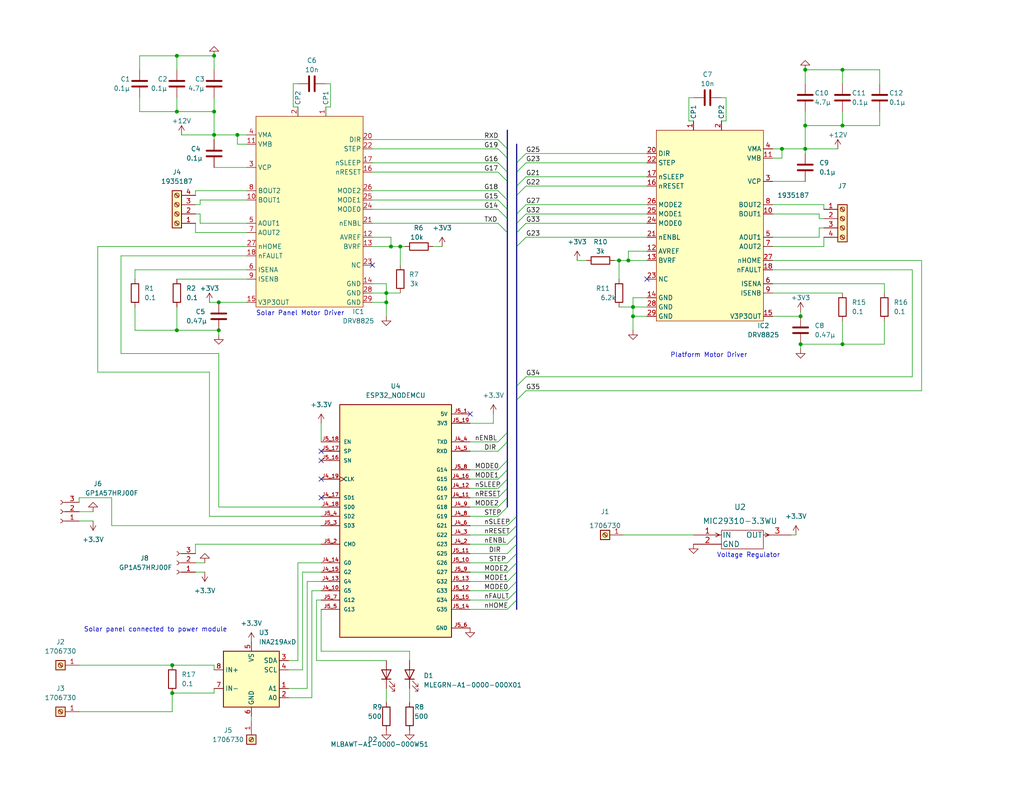
<source format=kicad_sch>
(kicad_sch (version 20211123) (generator eeschema)
  (paper "USLetter")
  (lib_symbols
    (symbol "Analog_ADC:INA219AxD"
      (property "Reference" "U" (at -6.35 8.89 0))
      (property "Value" "INA219AxD" (at 5.08 8.89 0))
      (symbol "INA219AxD_0_1"
        (rectangle (start -7.62 7.62) (end 7.62 -7.62) (stroke (width 0.254)) (fill (type background)))
      )
      (symbol "INA219AxD_1_1"
        (pin input line (at 10.16 -2.54 180) (length 2.54) (name "A1") (number "1"))
        (pin input line (at 10.16 -5.08 180) (length 2.54) (name "A0") (number "2"))
        (pin bidirectional line (at 10.16 5.08 180) (length 2.54) (name "SDA") (number "3"))
        (pin input line (at 10.16 2.54 180) (length 2.54) (name "SCL") (number "4"))
        (pin power_in line (at 0 10.16 270) (length 2.54) (name "VS") (number "5"))
        (pin power_in line (at 0 -10.16 90) (length 2.54) (name "GND") (number "6"))
        (pin input line (at -10.16 -2.54 0) (length 2.54) (name "IN-") (number "7"))
        (pin input line (at -10.16 2.54 0) (length 2.54) (name "IN+") (number "8"))
      )
    )
    (symbol "Connector:Conn_01x03_Female" (pin_names (offset 1.016) hide)
      (property "Reference" "J" (at 0 5.08 0))
      (property "Value" "Conn_01x03_Female" (at 0 -5.08 0))
      (symbol "Conn_01x03_Female_1_1"
        (arc (start 0 -2.032) (mid -0.508 -2.54) (end 0 -3.048) (stroke (width 0.1524)))
        (polyline (pts (xy -1.27 -2.54) (xy -0.508 -2.54)) (stroke (width 0.1524)))
        (polyline (pts (xy -1.27 0) (xy -0.508 0)) (stroke (width 0.1524)))
        (polyline (pts (xy -1.27 2.54) (xy -0.508 2.54)) (stroke (width 0.1524)))
        (arc (start 0 0.508) (mid -0.508 0) (end 0 -0.508) (stroke (width 0.1524)))
        (arc (start 0 3.048) (mid -0.508 2.54) (end 0 2.032) (stroke (width 0.1524)))
        (pin passive line (at -5.08 2.54 0) (length 3.81) (name "Pin_1") (number "1"))
        (pin passive line (at -5.08 0 0) (length 3.81) (name "Pin_2") (number "2"))
        (pin passive line (at -5.08 -2.54 0) (length 3.81) (name "Pin_3") (number "3"))
      )
    )
    (symbol "Connector:Screw_Terminal_01x01" (pin_names (offset 1.016) hide)
      (property "Reference" "J" (at 0 2.54 0))
      (property "Value" "Screw_Terminal_01x01" (at 0 -2.54 0))
      (symbol "Screw_Terminal_01x01_1_1"
        (rectangle (start -1.27 1.27) (end 1.27 -1.27) (stroke (width 0.254)) (fill (type background)))
        (polyline (pts (xy -0.5334 0.3302) (xy 0.3302 -0.508)) (stroke (width 0.1524)))
        (polyline (pts (xy -0.3556 0.508) (xy 0.508 -0.3302)) (stroke (width 0.1524)))
        (circle (center 0 0) (radius 0.635) (stroke (width 0.1524)))
        (pin passive line (at -5.08 0 0) (length 3.81) (name "Pin_1") (number "1"))
      )
    )
    (symbol "Connector:Screw_Terminal_01x04" (pin_names (offset 1.016) hide)
      (property "Reference" "J" (at 0 5.08 0))
      (property "Value" "Screw_Terminal_01x04" (at 0 -7.62 0))
      (symbol "Screw_Terminal_01x04_1_1"
        (rectangle (start -1.27 3.81) (end 1.27 -6.35) (stroke (width 0.254)) (fill (type background)))
        (circle (center 0 -5.08) (radius 0.635) (stroke (width 0.1524)))
        (circle (center 0 -2.54) (radius 0.635) (stroke (width 0.1524)))
        (polyline (pts (xy -0.5334 -4.7498) (xy 0.3302 -5.588)) (stroke (width 0.1524)))
        (polyline (pts (xy -0.5334 -2.2098) (xy 0.3302 -3.048)) (stroke (width 0.1524)))
        (polyline (pts (xy -0.5334 0.3302) (xy 0.3302 -0.508)) (stroke (width 0.1524)))
        (polyline (pts (xy -0.5334 2.8702) (xy 0.3302 2.032)) (stroke (width 0.1524)))
        (polyline (pts (xy -0.3556 -4.572) (xy 0.508 -5.4102)) (stroke (width 0.1524)))
        (polyline (pts (xy -0.3556 -2.032) (xy 0.508 -2.8702)) (stroke (width 0.1524)))
        (polyline (pts (xy -0.3556 0.508) (xy 0.508 -0.3302)) (stroke (width 0.1524)))
        (polyline (pts (xy -0.3556 3.048) (xy 0.508 2.2098)) (stroke (width 0.1524)))
        (circle (center 0 0) (radius 0.635) (stroke (width 0.1524)))
        (circle (center 0 2.54) (radius 0.635) (stroke (width 0.1524)))
        (pin passive line (at -5.08 2.54 0) (length 3.81) (name "Pin_1") (number "1"))
        (pin passive line (at -5.08 0 0) (length 3.81) (name "Pin_2") (number "2"))
        (pin passive line (at -5.08 -2.54 0) (length 3.81) (name "Pin_3") (number "3"))
        (pin passive line (at -5.08 -5.08 0) (length 3.81) (name "Pin_4") (number "4"))
      )
    )
    (symbol "DRV8825_1"
      (property "Reference" "IC1" (at -31.75 -6.35 0))
      (property "Value" "DRV8825" (at -31.75 -8.89 0))
      (symbol "DRV8825_1_0_1"
        (rectangle (start 2.54 46.99) (end 31.75 -5.08) (fill (type background)))
      )
      (symbol "DRV8825_1_1_1"
        (pin input line (at 12.7 46.99 90) (length 2.54) (name "CP1") (number "1"))
        (pin input line (at 34.29 24.13 180) (length 2.54) (name "BOUT1") (number "10"))
        (pin input line (at 34.29 39.37 180) (length 2.54) (name "VMB") (number "11"))
        (pin input line (at 0 13.97 0) (length 2.54) (name "AVREF") (number "12"))
        (pin input line (at 0 11.43 0) (length 2.54) (name "BVRF") (number "13"))
        (pin input line (at 0 1.27 0) (length 2.54) (name "GND") (number "14"))
        (pin input line (at 34.29 -3.81 180) (length 2.54) (name "V3P3OUT") (number "15"))
        (pin input line (at 0 31.75 0) (length 2.54) (name "nRESET") (number "16"))
        (pin input line (at 0 34.29 0) (length 2.54) (name "nSLEEP") (number "17"))
        (pin input line (at 34.29 8.89 180) (length 2.54) (name "nFAULT") (number "18"))
        (pin input line (at 20.32 46.99 90) (length 2.54) (name "CP2") (number "2"))
        (pin input line (at 0 40.64 0) (length 2.54) (name "DIR") (number "20"))
        (pin input line (at 0 17.78 0) (length 2.54) (name "nENBL") (number "21"))
        (pin input line (at 0 38.1 0) (length 2.54) (name "STEP") (number "22"))
        (pin input line (at 0 6.35 0) (length 2.54) (name "NC") (number "23"))
        (pin input line (at 0 21.59 0) (length 2.54) (name "MODE0") (number "24"))
        (pin input line (at 0 24.13 0) (length 2.54) (name "MODE1") (number "25"))
        (pin input line (at 0 26.67 0) (length 2.54) (name "MODE2") (number "26"))
        (pin input line (at 34.29 11.43 180) (length 2.54) (name "nHOME") (number "27"))
        (pin input line (at 0 -1.27 0) (length 2.54) (name "GND") (number "28"))
        (pin input line (at 0 -3.81 0) (length 2.54) (name "GND") (number "29"))
        (pin input line (at 34.29 33.02 180) (length 2.54) (name "VCP") (number "3"))
        (pin input line (at 34.29 41.91 180) (length 2.54) (name "VMA") (number "4"))
        (pin input line (at 34.29 17.78 180) (length 2.54) (name "AOUT1") (number "5"))
        (pin input line (at 34.29 5.08 180) (length 2.54) (name "ISENA") (number "6"))
        (pin input line (at 34.29 15.24 180) (length 2.54) (name "AOUT2") (number "7"))
        (pin input line (at 34.29 26.67 180) (length 2.54) (name "BOUT2") (number "8"))
        (pin input line (at 34.29 2.54 180) (length 2.54) (name "ISENB") (number "9"))
      )
    )
    (symbol "Device:C" (pin_numbers hide) (pin_names (offset 0.254))
      (property "Reference" "C" (at 0.635 2.54 0))
      (property "Value" "C" (at 0.635 -2.54 0))
      (symbol "C_0_1"
        (polyline (pts (xy -2.032 -0.762) (xy 2.032 -0.762)) (stroke (width 0.508)))
        (polyline (pts (xy -2.032 0.762) (xy 2.032 0.762)) (stroke (width 0.508)))
      )
      (symbol "C_1_1"
        (pin passive line (at 0 3.81 270) (length 2.794) (name "~") (number "1"))
        (pin passive line (at 0 -3.81 90) (length 2.794) (name "~") (number "2"))
      )
    )
    (symbol "Device:LED" (pin_numbers hide) (pin_names (offset 1.016) hide)
      (property "Reference" "D" (at 0 2.54 0))
      (property "Value" "LED" (at 0 -2.54 0))
      (symbol "LED_0_1"
        (polyline (pts (xy -1.27 -1.27) (xy -1.27 1.27)) (stroke (width 0.254)))
        (polyline (pts (xy -1.27 0) (xy 1.27 0)))
        (polyline (pts (xy 1.27 -1.27) (xy 1.27 1.27) (xy -1.27 0) (xy 1.27 -1.27)) (stroke (width 0.254)))
        (polyline (pts (xy -3.048 -0.762) (xy -4.572 -2.286) (xy -3.81 -2.286) (xy -4.572 -2.286) (xy -4.572 -1.524)))
        (polyline (pts (xy -1.778 -0.762) (xy -3.302 -2.286) (xy -2.54 -2.286) (xy -3.302 -2.286) (xy -3.302 -1.524)))
      )
      (symbol "LED_1_1"
        (pin passive line (at -3.81 0 0) (length 2.54) (name "K") (number "1"))
        (pin passive line (at 3.81 0 180) (length 2.54) (name "A") (number "2"))
      )
    )
    (symbol "Device:R" (pin_numbers hide) (pin_names (offset 0))
      (property "Reference" "R" (at 2.032 0 90))
      (property "Value" "R" (at 0 0 90))
      (symbol "R_0_1"
        (rectangle (start -1.016 -2.54) (end 1.016 2.54) (stroke (width 0.254)))
      )
      (symbol "R_1_1"
        (pin passive line (at 0 3.81 270) (length 1.27) (name "~") (number "1"))
        (pin passive line (at 0 -3.81 90) (length 1.27) (name "~") (number "2"))
      )
    )
    (symbol "MIC29310-3.3WU:MIC29310-3.3WU" (pin_names (offset 0.254))
      (property "Reference" "U?" (at 27.94 11.43 0))
      (property "Value" "MIC29310-3.3WU" (at 27.94 7.62 0))
      (symbol "MIC29310-3.3WU_0_1"
        (rectangle (start 20.32 0) (end 31.75 -5.08))
      )
      (symbol "MIC29310-3.3WU_1_1"
        (polyline (pts (xy 19.812 -1.27) (xy 18.7452 -1.778)) (stroke (width 0.2032)))
        (polyline (pts (xy 19.812 -1.27) (xy 18.7452 -0.762)) (stroke (width 0.2032)))
        (polyline (pts (xy 32.258 -1.778) (xy 33.3248 -1.27)) (stroke (width 0.2032)))
        (polyline (pts (xy 32.258 -0.762) (xy 33.3248 -1.27)) (stroke (width 0.2032)))
        (pin input line (at 12.7 -1.27 0) (length 7.62) (name "IN") (number "1"))
        (pin power_in line (at 12.7 -3.81 0) (length 7.62) (name "GND") (number "2"))
        (pin output line (at 39.37 -1.27 180) (length 7.62) (name "OUT") (number "3"))
      )
    )
    (symbol "Project_Solar_Panel:DRV8825"
      (property "Reference" "IC2" (at 31.75 -6.35 0))
      (property "Value" "DRV8825" (at 31.75 -8.89 0))
      (symbol "DRV8825_0_1"
        (rectangle (start 2.54 46.99) (end 31.75 -5.08) (fill (type background)))
      )
      (symbol "DRV8825_1_1"
        (pin input line (at 12.7 46.99 90) (length 2.54) (name "CP1") (number "1"))
        (pin input line (at 34.29 24.13 180) (length 2.54) (name "BOUT1") (number "10"))
        (pin input line (at 34.29 39.37 180) (length 2.54) (name "VMB") (number "11"))
        (pin input line (at 0 13.97 0) (length 2.54) (name "AVREF") (number "12"))
        (pin input line (at 0 11.43 0) (length 2.54) (name "BVRF") (number "13"))
        (pin input line (at 0 1.27 0) (length 2.54) (name "GND") (number "14"))
        (pin input line (at 34.29 -3.81 180) (length 2.54) (name "V3P3OUT") (number "15"))
        (pin input line (at 0 31.75 0) (length 2.54) (name "nRESET") (number "16"))
        (pin input line (at 0 34.29 0) (length 2.54) (name "nSLEEP") (number "17"))
        (pin input line (at 34.29 8.89 180) (length 2.54) (name "nFAULT") (number "18"))
        (pin input line (at 20.32 46.99 90) (length 2.54) (name "CP2") (number "2"))
        (pin input line (at 0 40.64 0) (length 2.54) (name "DIR") (number "20"))
        (pin input line (at 0 17.78 0) (length 2.54) (name "nENBL") (number "21"))
        (pin input line (at 0 38.1 0) (length 2.54) (name "STEP") (number "22"))
        (pin input line (at 0 6.35 0) (length 2.54) (name "NC") (number "23"))
        (pin input line (at 0 21.59 0) (length 2.54) (name "MODE0") (number "24"))
        (pin input line (at 0 24.13 0) (length 2.54) (name "MODE1") (number "25"))
        (pin input line (at 0 26.67 0) (length 2.54) (name "MODE2") (number "26"))
        (pin input line (at 34.29 11.43 180) (length 2.54) (name "nHOME") (number "27"))
        (pin input line (at 0 -1.27 0) (length 2.54) (name "GND") (number "28"))
        (pin input line (at 0 -3.81 0) (length 2.54) (name "GND") (number "29"))
        (pin input line (at 34.29 33.02 180) (length 2.54) (name "VCP") (number "3"))
        (pin input line (at 34.29 41.91 180) (length 2.54) (name "VMA") (number "4"))
        (pin input line (at 34.29 17.78 180) (length 2.54) (name "AOUT1") (number "5"))
        (pin input line (at 34.29 5.08 180) (length 2.54) (name "ISENA") (number "6"))
        (pin input line (at 34.29 15.24 180) (length 2.54) (name "AOUT2") (number "7"))
        (pin input line (at 34.29 26.67 180) (length 2.54) (name "BOUT2") (number "8"))
        (pin input line (at 34.29 2.54 180) (length 2.54) (name "ISENB") (number "9"))
      )
    )
    (symbol "Project_Solar_Panel:ESP32_NODEMCU" (pin_names (offset 1.016))
      (property "Reference" "U4" (at 0 35.56 0))
      (property "Value" "ESP32_NODEMCU" (at 0 33.02 0))
      (symbol "ESP32_NODEMCU_0_0"
        (rectangle (start -15.24 -33.02) (end 15.24 30.48) (stroke (width 0.254)) (fill (type background)))
        (pin bidirectional line (at -20.32 -20.32 0) (length 5.08) (name "G5") (number "J4_10"))
        (pin bidirectional line (at 20.32 5.08 180) (length 5.08) (name "G17") (number "J4_11"))
        (pin bidirectional line (at 20.32 7.62 180) (length 5.08) (name "G16") (number "J4_12"))
        (pin bidirectional line (at -20.32 -17.78 0) (length 5.08) (name "G4") (number "J4_13"))
        (pin bidirectional line (at -20.32 -12.7 0) (length 5.08) (name "G0") (number "J4_14"))
        (pin bidirectional line (at -20.32 -15.24 0) (length 5.08) (name "G2") (number "J4_15"))
        (pin bidirectional line (at 20.32 10.16 180) (length 5.08) (name "G15") (number "J4_16"))
        (pin bidirectional line (at -20.32 5.08 0) (length 5.08) (name "SD1") (number "J4_17"))
        (pin bidirectional line (at -20.32 2.54 0) (length 5.08) (name "SD0") (number "J4_18"))
        (pin input clock (at -20.32 10.16 0) (length 5.08) (name "CLK") (number "J4_19"))
        (pin bidirectional line (at 20.32 -7.62 180) (length 5.08) (name "G23") (number "J4_2"))
        (pin bidirectional line (at 20.32 -5.08 180) (length 5.08) (name "G22") (number "J4_3"))
        (pin output line (at 20.32 20.32 180) (length 5.08) (name "TXD") (number "J4_4"))
        (pin input line (at 20.32 17.78 180) (length 5.08) (name "RXD") (number "J4_5"))
        (pin bidirectional line (at 20.32 -2.54 180) (length 5.08) (name "G21") (number "J4_6"))
        (pin bidirectional line (at 20.32 0 180) (length 5.08) (name "G19") (number "J4_8"))
        (pin bidirectional line (at 20.32 2.54 180) (length 5.08) (name "G18") (number "J4_9"))
        (pin power_in line (at 20.32 27.94 180) (length 5.08) (name "5V") (number "J5_1"))
        (pin bidirectional line (at 20.32 -12.7 180) (length 5.08) (name "G26") (number "J5_10"))
        (pin bidirectional line (at 20.32 -10.16 180) (length 5.08) (name "G25") (number "J5_11"))
        (pin bidirectional line (at 20.32 -20.32 180) (length 5.08) (name "G33") (number "J5_12"))
        (pin bidirectional line (at 20.32 -17.78 180) (length 5.08) (name "G32") (number "J5_13"))
        (pin bidirectional line (at 20.32 -25.4 180) (length 5.08) (name "G35") (number "J5_14"))
        (pin bidirectional line (at 20.32 -22.86 180) (length 5.08) (name "G34") (number "J5_15"))
        (pin input line (at -20.32 15.24 0) (length 5.08) (name "SN") (number "J5_16"))
        (pin input line (at -20.32 17.78 0) (length 5.08) (name "SP") (number "J5_17"))
        (pin input line (at -20.32 20.32 0) (length 5.08) (name "EN") (number "J5_18"))
        (pin power_in line (at 20.32 25.4 180) (length 5.08) (name "3V3") (number "J5_19"))
        (pin bidirectional line (at -20.32 -7.62 0) (length 5.08) (name "CMD") (number "J5_2"))
        (pin bidirectional line (at -20.32 -2.54 0) (length 5.08) (name "SD3") (number "J5_3"))
        (pin bidirectional line (at -20.32 0 0) (length 5.08) (name "SD2") (number "J5_4"))
        (pin bidirectional line (at -20.32 -25.4 0) (length 5.08) (name "G13") (number "J5_5"))
        (pin power_in line (at 20.32 -30.48 180) (length 5.08) (name "GND") (number "J5_6"))
        (pin bidirectional line (at -20.32 -22.86 0) (length 5.08) (name "G12") (number "J5_7"))
        (pin bidirectional line (at 20.32 12.7 180) (length 5.08) (name "G14") (number "J5_8"))
        (pin bidirectional line (at 20.32 -15.24 180) (length 5.08) (name "G27") (number "J5_9"))
      )
    )
    (symbol "power:+12V" (power) (pin_names (offset 0))
      (property "Value" "+12V" (at 0 3.556 0))
      (symbol "+12V_0_1"
        (polyline (pts (xy -0.762 1.27) (xy 0 2.54)))
        (polyline (pts (xy 0 0) (xy 0 2.54)))
        (polyline (pts (xy 0 2.54) (xy 0.762 1.27)))
      )
      (symbol "+12V_1_1"
        (pin power_in line (at 0 0 90) (length 0) hide (name "+12V") (number "1"))
      )
    )
    (symbol "power:+3.3V" (power) (pin_names (offset 0))
      (property "Value" "+3.3V" (at 0 3.556 0))
      (symbol "+3.3V_0_1"
        (polyline (pts (xy -0.762 1.27) (xy 0 2.54)))
        (polyline (pts (xy 0 0) (xy 0 2.54)))
        (polyline (pts (xy 0 2.54) (xy 0.762 1.27)))
      )
      (symbol "+3.3V_1_1"
        (pin power_in line (at 0 0 90) (length 0) hide (name "+3.3V") (number "1"))
      )
    )
    (symbol "power:+3V3" (power) (pin_names (offset 0))
      (property "Value" "+3V3" (at 0 3.556 0))
      (symbol "+3V3_0_1"
        (polyline (pts (xy -0.762 1.27) (xy 0 2.54)))
        (polyline (pts (xy 0 0) (xy 0 2.54)))
        (polyline (pts (xy 0 2.54) (xy 0.762 1.27)))
      )
      (symbol "+3V3_1_1"
        (pin power_in line (at 0 0 90) (length 0) hide (name "+3V3") (number "1"))
      )
    )
    (symbol "power:GND" (power) (pin_names (offset 0))
      (property "Value" "GND" (at 0 -3.81 0))
      (symbol "GND_0_1"
        (polyline (pts (xy 0 0) (xy 0 -1.27) (xy 1.27 -1.27) (xy 0 -2.54) (xy -1.27 -1.27) (xy 0 -1.27)))
      )
      (symbol "GND_1_1"
        (pin power_in line (at 0 0 270) (length 0) hide (name "GND") (number "1"))
      )
    )
  )
  (junction (at 64.77 36.83))
  (junction (at 219.71 34.29))
  (junction (at 58.42 15.24))
  (junction (at 105.41 80.01))
  (junction (at 48.26 15.24))
  (junction (at 168.91 71.12))
  (junction (at 46.99 181.61))
  (junction (at 229.87 19.05))
  (junction (at 59.69 82.55))
  (junction (at 229.87 34.29))
  (junction (at 219.71 40.64))
  (junction (at 172.72 86.36))
  (junction (at 213.36 40.64))
  (junction (at 229.87 93.98))
  (junction (at 48.26 30.48))
  (junction (at 106.68 67.31))
  (junction (at 171.45 71.12))
  (junction (at 58.42 36.83))
  (junction (at 59.69 90.17))
  (junction (at 109.22 67.31))
  (junction (at 48.26 90.17))
  (junction (at 172.72 83.82))
  (junction (at 219.71 19.05))
  (junction (at 218.44 86.36))
  (junction (at 46.99 189.23))
  (junction (at 58.42 30.48))
  (junction (at 218.44 93.98))
  (junction (at 105.41 82.55))
  (no_connect (at 87.63 135.89))
  (no_connect (at 87.63 123.19))
  (no_connect (at 101.6 72.39))
  (no_connect (at 87.63 130.81))
  (no_connect (at 128.27 113.03))
  (no_connect (at 176.53 76.2))
  (no_connect (at 87.63 125.73))
  (bus_entry (at 135.89 44.45) (size 2.54 2.54))
  (bus_entry (at 138.43 156.21) (size 2.54 -2.54))
  (bus_entry (at 138.43 151.13) (size 2.54 -2.54))
  (bus_entry (at 140.97 67.31) (size 2.54 -2.54))
  (bus_entry (at 135.89 138.43) (size 2.54 -2.54))
  (bus_entry (at 138.43 161.29) (size 2.54 -2.54))
  (bus_entry (at 135.89 123.19) (size 2.54 -2.54))
  (bus_entry (at 138.43 148.59) (size 2.54 -2.54))
  (bus_entry (at 135.89 57.15) (size 2.54 2.54))
  (bus_entry (at 135.89 133.35) (size 2.54 -2.54))
  (bus_entry (at 138.43 158.75) (size 2.54 -2.54))
  (bus_entry (at 135.89 140.97) (size 2.54 -2.54))
  (bus_entry (at 140.97 109.22) (size 2.54 -2.54))
  (bus_entry (at 135.89 135.89) (size 2.54 -2.54))
  (bus_entry (at 135.89 128.27) (size 2.54 -2.54))
  (bus_entry (at 140.97 105.41) (size 2.54 -2.54))
  (bus_entry (at 135.89 60.96) (size 2.54 2.54))
  (bus_entry (at 138.43 166.37) (size 2.54 -2.54))
  (bus_entry (at 135.89 130.81) (size 2.54 -2.54))
  (bus_entry (at 135.89 40.64) (size 2.54 2.54))
  (bus_entry (at 135.89 120.65) (size 2.54 -2.54))
  (bus_entry (at 140.97 60.96) (size 2.54 -2.54))
  (bus_entry (at 140.97 58.42) (size 2.54 -2.54))
  (bus_entry (at 135.89 38.1) (size 2.54 2.54))
  (bus_entry (at 135.89 54.61) (size 2.54 2.54))
  (bus_entry (at 140.97 63.5) (size 2.54 -2.54))
  (bus_entry (at 135.89 46.99) (size 2.54 2.54))
  (bus_entry (at 140.97 46.99) (size 2.54 -2.54))
  (bus_entry (at 140.97 50.8) (size 2.54 -2.54))
  (bus_entry (at 140.97 53.34) (size 2.54 -2.54))
  (bus_entry (at 135.89 52.07) (size 2.54 2.54))
  (bus_entry (at 140.97 44.45) (size 2.54 -2.54))
  (bus_entry (at 138.43 153.67) (size 2.54 -2.54))
  (bus_entry (at 138.43 146.05) (size 2.54 -2.54))
  (bus_entry (at 138.43 163.83) (size 2.54 -2.54))
  (bus_entry (at 138.43 143.51) (size 2.54 -2.54))
  (wire (pts (xy 53.34 148.59) (xy 87.63 148.59)))
  (wire (pts (xy 213.36 40.64) (xy 219.71 40.64)))
  (wire (pts (xy 55.88 156.21) (xy 53.34 156.21)))
  (wire (pts (xy 167.64 71.12) (xy 168.91 71.12)))
  (wire (pts (xy 223.52 58.42) (xy 223.52 59.69)))
  (wire (pts (xy 210.82 67.31) (xy 224.79 67.31)))
  (wire (pts (xy 67.31 76.2) (xy 48.26 76.2)))
  (wire (pts (xy 128.27 156.21) (xy 138.43 156.21)))
  (wire (pts (xy 101.6 54.61) (xy 135.89 54.61)))
  (wire (pts (xy 128.27 153.67) (xy 138.43 153.67)))
  (wire (pts (xy 83.82 187.96) (xy 78.74 187.96)))
  (wire (pts (xy 59.69 138.43) (xy 59.69 96.52)))
  (bus (pts (xy 140.97 39.37) (xy 140.97 44.45)))
  (wire (pts (xy 48.26 90.17) (xy 36.83 90.17)))
  (wire (pts (xy 54.61 60.96) (xy 54.61 58.42)))
  (wire (pts (xy 224.79 67.31) (xy 224.79 64.77)))
  (wire (pts (xy 48.26 90.17) (xy 48.26 83.82)))
  (wire (pts (xy 101.6 64.77) (xy 106.68 64.77)))
  (wire (pts (xy 189.23 33.02) (xy 189.23 35.56)))
  (wire (pts (xy 143.51 44.45) (xy 176.53 44.45)))
  (wire (pts (xy 198.12 33.02) (xy 198.12 26.67)))
  (wire (pts (xy 21.59 181.61) (xy 46.99 181.61)))
  (bus (pts (xy 138.43 63.5) (xy 138.43 118.11)))
  (wire (pts (xy 87.63 153.67) (xy 81.28 153.67)))
  (wire (pts (xy 210.82 58.42) (xy 223.52 58.42)))
  (wire (pts (xy 172.72 81.28) (xy 176.53 81.28)))
  (bus (pts (xy 140.97 53.34) (xy 140.97 58.42)))
  (bus (pts (xy 138.43 49.53) (xy 138.43 54.61)))
  (wire (pts (xy 187.96 26.67) (xy 189.23 26.67)))
  (wire (pts (xy 171.45 71.12) (xy 176.53 71.12)))
  (wire (pts (xy 64.77 39.37) (xy 64.77 36.83)))
  (wire (pts (xy 172.72 86.36) (xy 172.72 90.17)))
  (wire (pts (xy 224.79 55.88) (xy 224.79 57.15)))
  (wire (pts (xy 67.31 82.55) (xy 59.69 82.55)))
  (wire (pts (xy 176.53 83.82) (xy 172.72 83.82)))
  (bus (pts (xy 140.97 58.42) (xy 140.97 60.96)))
  (wire (pts (xy 143.51 64.77) (xy 176.53 64.77)))
  (wire (pts (xy 58.42 182.88) (xy 58.42 181.61)))
  (wire (pts (xy 241.3 77.47) (xy 241.3 80.01)))
  (wire (pts (xy 53.34 52.07) (xy 53.34 53.34)))
  (wire (pts (xy 54.61 58.42) (xy 53.34 58.42)))
  (wire (pts (xy 219.71 40.64) (xy 219.71 41.91)))
  (wire (pts (xy 101.6 80.01) (xy 105.41 80.01)))
  (wire (pts (xy 53.34 151.13) (xy 53.34 148.59)))
  (wire (pts (xy 210.82 80.01) (xy 229.87 80.01)))
  (wire (pts (xy 53.34 63.5) (xy 53.34 60.96)))
  (wire (pts (xy 58.42 181.61) (xy 46.99 181.61)))
  (wire (pts (xy 168.91 71.12) (xy 168.91 76.2)))
  (wire (pts (xy 105.41 80.01) (xy 105.41 77.47)))
  (wire (pts (xy 67.31 54.61) (xy 54.61 54.61)))
  (wire (pts (xy 111.76 187.96) (xy 111.76 191.77)))
  (wire (pts (xy 143.51 60.96) (xy 176.53 60.96)))
  (bus (pts (xy 140.97 148.59) (xy 140.97 151.13)))
  (wire (pts (xy 171.45 68.58) (xy 171.45 71.12)))
  (wire (pts (xy 59.69 90.17) (xy 48.26 90.17)))
  (wire (pts (xy 64.77 36.83) (xy 58.42 36.83)))
  (wire (pts (xy 210.82 64.77) (xy 223.52 64.77)))
  (wire (pts (xy 21.59 139.7) (xy 25.4 139.7)))
  (wire (pts (xy 210.82 86.36) (xy 218.44 86.36)))
  (wire (pts (xy 168.91 83.82) (xy 172.72 83.82)))
  (wire (pts (xy 58.42 187.96) (xy 58.42 189.23)))
  (wire (pts (xy 135.89 140.97) (xy 128.27 140.97)))
  (wire (pts (xy 36.83 90.17) (xy 36.83 83.82)))
  (wire (pts (xy 36.83 73.66) (xy 36.83 76.2)))
  (bus (pts (xy 138.43 130.81) (xy 138.43 133.35)))
  (wire (pts (xy 176.53 86.36) (xy 172.72 86.36)))
  (bus (pts (xy 140.97 140.97) (xy 140.97 143.51)))
  (wire (pts (xy 46.99 189.23) (xy 46.99 194.31)))
  (wire (pts (xy 67.31 73.66) (xy 36.83 73.66)))
  (wire (pts (xy 67.31 39.37) (xy 64.77 39.37)))
  (wire (pts (xy 101.6 46.99) (xy 135.89 46.99)))
  (wire (pts (xy 48.26 26.67) (xy 48.26 30.48)))
  (wire (pts (xy 54.61 54.61) (xy 54.61 55.88)))
  (wire (pts (xy 109.22 72.39) (xy 109.22 67.31)))
  (wire (pts (xy 58.42 19.05) (xy 58.42 15.24)))
  (bus (pts (xy 138.43 59.69) (xy 138.43 63.5)))
  (wire (pts (xy 176.53 68.58) (xy 171.45 68.58)))
  (wire (pts (xy 229.87 34.29) (xy 240.03 34.29)))
  (wire (pts (xy 128.27 161.29) (xy 138.43 161.29)))
  (wire (pts (xy 87.63 166.37) (xy 87.63 177.8)))
  (wire (pts (xy 90.17 29.21) (xy 90.17 22.86)))
  (wire (pts (xy 26.67 67.31) (xy 67.31 67.31)))
  (wire (pts (xy 128.27 115.57) (xy 134.62 115.57)))
  (wire (pts (xy 87.63 177.8) (xy 111.76 177.8)))
  (wire (pts (xy 215.9 146.05) (xy 217.17 146.05)))
  (wire (pts (xy 128.27 151.13) (xy 138.43 151.13)))
  (wire (pts (xy 58.42 36.83) (xy 49.53 36.83)))
  (wire (pts (xy 251.46 106.68) (xy 143.51 106.68)))
  (wire (pts (xy 128.27 146.05) (xy 138.43 146.05)))
  (wire (pts (xy 143.51 50.8) (xy 176.53 50.8)))
  (wire (pts (xy 58.42 15.24) (xy 48.26 15.24)))
  (wire (pts (xy 229.87 93.98) (xy 229.87 87.63)))
  (wire (pts (xy 88.9 29.21) (xy 88.9 31.75)))
  (wire (pts (xy 81.28 153.67) (xy 81.28 180.34)))
  (bus (pts (xy 140.97 50.8) (xy 140.97 53.34)))
  (wire (pts (xy 210.82 43.18) (xy 213.36 43.18)))
  (bus (pts (xy 140.97 60.96) (xy 140.97 63.5)))
  (bus (pts (xy 138.43 120.65) (xy 138.43 125.73)))
  (wire (pts (xy 67.31 52.07) (xy 53.34 52.07)))
  (wire (pts (xy 57.15 101.6) (xy 57.15 140.97)))
  (wire (pts (xy 82.55 156.21) (xy 82.55 182.88)))
  (wire (pts (xy 210.82 55.88) (xy 224.79 55.88)))
  (bus (pts (xy 140.97 153.67) (xy 140.97 156.21)))
  (wire (pts (xy 53.34 63.5) (xy 67.31 63.5)))
  (wire (pts (xy 143.51 55.88) (xy 176.53 55.88)))
  (wire (pts (xy 101.6 38.1) (xy 135.89 38.1)))
  (wire (pts (xy 53.34 153.67) (xy 55.88 153.67)))
  (wire (pts (xy 80.01 22.86) (xy 80.01 29.21)))
  (bus (pts (xy 138.43 40.64) (xy 138.43 43.18)))
  (wire (pts (xy 54.61 60.96) (xy 67.31 60.96)))
  (wire (pts (xy 101.6 60.96) (xy 135.89 60.96)))
  (wire (pts (xy 196.85 33.02) (xy 198.12 33.02)))
  (wire (pts (xy 80.01 29.21) (xy 81.28 29.21)))
  (wire (pts (xy 38.1 15.24) (xy 38.1 19.05)))
  (bus (pts (xy 140.97 143.51) (xy 140.97 146.05)))
  (wire (pts (xy 58.42 36.83) (xy 58.42 38.1)))
  (wire (pts (xy 81.28 22.86) (xy 80.01 22.86)))
  (wire (pts (xy 105.41 80.01) (xy 109.22 80.01)))
  (wire (pts (xy 240.03 19.05) (xy 240.03 22.86)))
  (wire (pts (xy 25.4 142.24) (xy 21.59 142.24)))
  (bus (pts (xy 138.43 46.99) (xy 138.43 49.53)))
  (wire (pts (xy 59.69 138.43) (xy 87.63 138.43)))
  (wire (pts (xy 26.67 67.31) (xy 26.67 101.6)))
  (wire (pts (xy 111.76 177.8) (xy 111.76 180.34)))
  (wire (pts (xy 210.82 77.47) (xy 241.3 77.47)))
  (wire (pts (xy 59.69 90.17) (xy 59.69 91.44)))
  (bus (pts (xy 140.97 63.5) (xy 140.97 67.31)))
  (wire (pts (xy 105.41 82.55) (xy 105.41 86.36)))
  (wire (pts (xy 223.52 62.23) (xy 224.79 62.23)))
  (wire (pts (xy 240.03 34.29) (xy 240.03 30.48)))
  (wire (pts (xy 48.26 15.24) (xy 38.1 15.24)))
  (bus (pts (xy 140.97 151.13) (xy 140.97 153.67)))
  (wire (pts (xy 21.59 135.89) (xy 30.48 135.89)))
  (wire (pts (xy 210.82 73.66) (xy 248.92 73.66)))
  (wire (pts (xy 59.69 96.52) (xy 33.02 96.52)))
  (wire (pts (xy 128.27 143.51) (xy 138.43 143.51)))
  (wire (pts (xy 128.27 133.35) (xy 135.89 133.35)))
  (wire (pts (xy 128.27 130.81) (xy 135.89 130.81)))
  (bus (pts (xy 140.97 67.31) (xy 140.97 105.41)))
  (wire (pts (xy 83.82 158.75) (xy 87.63 158.75)))
  (wire (pts (xy 128.27 148.59) (xy 138.43 148.59)))
  (bus (pts (xy 140.97 46.99) (xy 140.97 50.8)))
  (bus (pts (xy 138.43 133.35) (xy 138.43 135.89)))
  (wire (pts (xy 109.22 67.31) (xy 110.49 67.31)))
  (wire (pts (xy 172.72 86.36) (xy 172.72 83.82)))
  (wire (pts (xy 128.27 123.19) (xy 135.89 123.19)))
  (bus (pts (xy 140.97 161.29) (xy 140.97 163.83)))
  (wire (pts (xy 33.02 69.85) (xy 67.31 69.85)))
  (bus (pts (xy 140.97 158.75) (xy 140.97 161.29)))
  (wire (pts (xy 53.34 55.88) (xy 54.61 55.88)))
  (wire (pts (xy 210.82 49.53) (xy 219.71 49.53)))
  (bus (pts (xy 138.43 35.56) (xy 138.43 40.64)))
  (wire (pts (xy 128.27 158.75) (xy 138.43 158.75)))
  (wire (pts (xy 58.42 26.67) (xy 58.42 30.48)))
  (bus (pts (xy 140.97 146.05) (xy 140.97 148.59)))
  (wire (pts (xy 48.26 30.48) (xy 58.42 30.48)))
  (wire (pts (xy 64.77 36.83) (xy 67.31 36.83)))
  (wire (pts (xy 68.58 195.58) (xy 68.58 196.85)))
  (wire (pts (xy 219.71 19.05) (xy 229.87 19.05)))
  (wire (pts (xy 219.71 22.86) (xy 219.71 19.05)))
  (wire (pts (xy 176.53 41.91) (xy 143.51 41.91)))
  (wire (pts (xy 48.26 15.24) (xy 48.26 19.05)))
  (wire (pts (xy 83.82 158.75) (xy 83.82 187.96)))
  (wire (pts (xy 143.51 48.26) (xy 176.53 48.26)))
  (wire (pts (xy 213.36 43.18) (xy 213.36 40.64)))
  (wire (pts (xy 219.71 30.48) (xy 219.71 34.29)))
  (wire (pts (xy 85.09 161.29) (xy 87.63 161.29)))
  (wire (pts (xy 187.96 33.02) (xy 187.96 26.67)))
  (wire (pts (xy 86.36 163.83) (xy 86.36 180.34)))
  (wire (pts (xy 128.27 166.37) (xy 138.43 166.37)))
  (wire (pts (xy 101.6 44.45) (xy 135.89 44.45)))
  (bus (pts (xy 138.43 128.27) (xy 138.43 130.81)))
  (wire (pts (xy 38.1 30.48) (xy 38.1 26.67)))
  (bus (pts (xy 140.97 44.45) (xy 140.97 46.99)))
  (wire (pts (xy 106.68 67.31) (xy 109.22 67.31)))
  (wire (pts (xy 87.63 120.65) (xy 87.63 115.57)))
  (wire (pts (xy 189.23 33.02) (xy 187.96 33.02)))
  (wire (pts (xy 229.87 93.98) (xy 241.3 93.98)))
  (wire (pts (xy 229.87 19.05) (xy 240.03 19.05)))
  (wire (pts (xy 88.9 22.86) (xy 90.17 22.86)))
  (wire (pts (xy 85.09 190.5) (xy 78.74 190.5)))
  (wire (pts (xy 46.99 194.31) (xy 21.59 194.31)))
  (wire (pts (xy 196.85 26.67) (xy 198.12 26.67)))
  (bus (pts (xy 138.43 54.61) (xy 138.43 57.15)))
  (bus (pts (xy 140.97 105.41) (xy 140.97 109.22)))
  (wire (pts (xy 87.63 156.21) (xy 82.55 156.21)))
  (wire (pts (xy 101.6 82.55) (xy 105.41 82.55)))
  (wire (pts (xy 30.48 135.89) (xy 30.48 143.51)))
  (wire (pts (xy 33.02 96.52) (xy 33.02 69.85)))
  (wire (pts (xy 21.59 137.16) (xy 21.59 135.89)))
  (wire (pts (xy 105.41 80.01) (xy 105.41 82.55)))
  (wire (pts (xy 57.15 82.55) (xy 59.69 82.55)))
  (wire (pts (xy 101.6 57.15) (xy 135.89 57.15)))
  (wire (pts (xy 210.82 71.12) (xy 251.46 71.12)))
  (wire (pts (xy 105.41 187.96) (xy 105.41 191.77)))
  (wire (pts (xy 58.42 30.48) (xy 58.42 36.83)))
  (wire (pts (xy 223.52 59.69) (xy 224.79 59.69)))
  (wire (pts (xy 30.48 143.51) (xy 87.63 143.51)))
  (wire (pts (xy 134.62 113.03) (xy 134.62 115.57)))
  (wire (pts (xy 86.36 163.83) (xy 87.63 163.83)))
  (wire (pts (xy 219.71 34.29) (xy 219.71 40.64)))
  (wire (pts (xy 229.87 19.05) (xy 229.87 22.86)))
  (bus (pts (xy 138.43 118.11) (xy 138.43 120.65)))
  (bus (pts (xy 138.43 57.15) (xy 138.43 59.69)))
  (wire (pts (xy 118.11 67.31) (xy 120.65 67.31)))
  (wire (pts (xy 81.28 180.34) (xy 78.74 180.34)))
  (wire (pts (xy 251.46 71.12) (xy 251.46 106.68)))
  (bus (pts (xy 138.43 43.18) (xy 138.43 46.99)))
  (bus (pts (xy 138.43 125.73) (xy 138.43 128.27)))
  (wire (pts (xy 128.27 120.65) (xy 135.89 120.65)))
  (wire (pts (xy 196.85 33.02) (xy 196.85 35.56)))
  (wire (pts (xy 106.68 67.31) (xy 101.6 67.31)))
  (bus (pts (xy 138.43 135.89) (xy 138.43 138.43)))
  (wire (pts (xy 48.26 30.48) (xy 38.1 30.48)))
  (wire (pts (xy 229.87 30.48) (xy 229.87 34.29)))
  (wire (pts (xy 128.27 135.89) (xy 135.89 135.89)))
  (wire (pts (xy 101.6 40.64) (xy 135.89 40.64)))
  (wire (pts (xy 85.09 161.29) (xy 85.09 190.5)))
  (wire (pts (xy 88.9 29.21) (xy 90.17 29.21)))
  (wire (pts (xy 219.71 34.29) (xy 229.87 34.29)))
  (wire (pts (xy 172.72 83.82) (xy 172.72 81.28)))
  (wire (pts (xy 135.89 138.43) (xy 128.27 138.43)))
  (wire (pts (xy 219.71 40.64) (xy 228.6 40.64)))
  (wire (pts (xy 57.15 140.97) (xy 87.63 140.97)))
  (wire (pts (xy 218.44 93.98) (xy 229.87 93.98)))
  (wire (pts (xy 241.3 93.98) (xy 241.3 87.63)))
  (bus (pts (xy 140.97 156.21) (xy 140.97 158.75)))
  (bus (pts (xy 140.97 109.22) (xy 140.97 140.97)))
  (wire (pts (xy 157.48 71.12) (xy 160.02 71.12)))
  (wire (pts (xy 248.92 73.66) (xy 248.92 102.87)))
  (wire (pts (xy 105.41 77.47) (xy 101.6 77.47)))
  (wire (pts (xy 171.45 71.12) (xy 168.91 71.12)))
  (wire (pts (xy 170.18 146.05) (xy 189.23 146.05)))
  (wire (pts (xy 82.55 182.88) (xy 78.74 182.88)))
  (wire (pts (xy 128.27 128.27) (xy 135.89 128.27)))
  (wire (pts (xy 26.67 101.6) (xy 57.15 101.6)))
  (bus (pts (xy 140.97 163.83) (xy 140.97 166.37)))
  (wire (pts (xy 86.36 180.34) (xy 105.41 180.34)))
  (wire (pts (xy 67.31 45.72) (xy 58.42 45.72)))
  (wire (pts (xy 248.92 102.87) (xy 143.51 102.87)))
  (wire (pts (xy 143.51 58.42) (xy 176.53 58.42)))
  (wire (pts (xy 58.42 189.23) (xy 46.99 189.23)))
  (wire (pts (xy 81.28 29.21) (xy 81.28 31.75)))
  (wire (pts (xy 106.68 64.77) (xy 106.68 67.31)))
  (wire (pts (xy 101.6 52.07) (xy 135.89 52.07)))
  (wire (pts (xy 223.52 64.77) (xy 223.52 62.23)))
  (wire (pts (xy 218.44 93.98) (xy 218.44 95.25)))
  (wire (pts (xy 128.27 163.83) (xy 138.43 163.83)))
  (wire (pts (xy 218.44 85.09) (xy 218.44 86.36)))
  (wire (pts (xy 213.36 40.64) (xy 210.82 40.64)))
  (text "Voltage Regulator" (at 195.58 152.4 0) (effects (font (size 1.27 1.27)) (justify left bottom)))
  (text "Platform Motor Driver" (at 182.88 97.79 0) (effects (font (size 1.27 1.27)) (justify left bottom)))
  (text "Solar Panel Motor Driver" (at 69.85 86.36 0) (effects (font (size 1.27 1.27)) (justify left bottom)))
  (text "Solar panel connected to power module\n" (at 22.86 172.72 0) (effects (font (size 1.27 1.27)) (justify left bottom)))
  (label "G15" (at 132.08 54.61 0))
  (label "G16" (at 132.08 44.45 0))
  (label "STEP" (at 132.08 140.97 0))
  (label "RXD" (at 132.08 38.1 0))
  (label "nENBL" (at 132.08 148.59 0))
  (label "MODE0" (at 129.54 128.27 0))
  (label "nENBL" (at 129.54 120.65 0))
  (label "G14" (at 132.08 57.15 0))
  (label "G19" (at 132.08 40.64 0))
  (label "G22" (at 143.51 50.8 0))
  (label "nFAULT" (at 132.08 163.83 0))
  (label "G17" (at 132.08 46.99 0))
  (label "G32" (at 143.51 58.42 0))
  (label "DIR" (at 132.08 123.19 0))
  (label "G27" (at 143.51 55.88 0))
  (label "G23" (at 143.51 64.77 0))
  (label "nSLEEP" (at 129.54 133.35 0))
  (label "MODE2" (at 129.54 138.43 0))
  (label "nRESET" (at 132.08 146.05 0))
  (label "MODE1" (at 132.08 158.75 0))
  (label "G34" (at 143.51 102.87 0))
  (label "DIR" (at 133.35 151.13 0))
  (label "MODE2" (at 132.08 156.21 0))
  (label "G23" (at 143.51 44.45 0))
  (label "G18" (at 132.08 52.07 0))
  (label "G33" (at 143.51 60.96 0))
  (label "G35" (at 143.51 106.68 0))
  (label "TXD" (at 132.08 60.96 0))
  (label "nSLEEP" (at 132.08 143.51 0))
  (label "MODE0" (at 132.08 161.29 0))
  (label "G21" (at 143.51 48.26 0))
  (label "MODE1" (at 129.54 130.81 0))
  (label "STEP" (at 133.35 153.67 0))
  (label "nHOME" (at 132.08 166.37 0))
  (label "nRESET" (at 129.54 135.89 0))
  (label "G25" (at 143.51 41.91 0))
  (symbol (lib_id "power:+3V3") (at 57.15 82.55 0) (mirror y) (unit 1)
    (property "Reference" "#PWR0112" (effects hide))
    (property "Value" "+3V3" (at 57.15 78.74 0))
  )
  (symbol (lib_id "Device:R") (at 105.41 195.58 0) (unit 1)
    (property "Reference" "R9" (at 101.6 193.04 0) (effects (justify left)))
    (property "Value" "500" (at 100.33 195.58 0) (effects (justify left)))
  )
  (symbol (lib_id "power:GND") (at 128.27 171.45 0) (unit 1)
    (property "Reference" "#PWR08" (effects hide))
    (property "Value" "GND" (effects hide))
  )
  (symbol (lib_id "power:+12V") (at 228.6 40.64 0) (unit 1)
    (property "Reference" "#PWR0109" (effects hide))
    (property "Value" "+12V" (at 228.6 36.83 0))
  )
  (symbol (lib_id "Connector:Screw_Terminal_01x04") (at 48.26 58.42 180) (unit 1)
    (property "Reference" "J4" (at 48.26 46.99 0))
    (property "Value" "1935187" (at 48.26 49.53 0))
    (property "Footprint" "TerminalBlock_Phoenix:TerminalBlock_Phoenix_MKDS-1,5-4-5.08_1x04_P5.08mm_Horizontal" (effects hide))
  )
  (symbol (lib_id "power:GND") (at 58.42 15.24 0) (mirror x) (unit 1)
    (property "Reference" "#PWR0111" (effects hide))
    (property "Value" "GND" (effects hide))
  )
  (symbol (lib_id "power:GND") (at 25.4 139.7 180) (unit 1)
    (property "Reference" "#PWR013" (effects hide))
    (property "Value" "GND" (effects hide))
  )
  (symbol (lib_id "Device:C") (at 38.1 22.86 0) (mirror y) (unit 1)
    (property "Reference" "C1" (at 35.56 21.59 0) (effects (justify left)))
    (property "Value" "0.1µ" (at 35.56 24.13 0) (effects (justify left)))
  )
  (symbol (lib_name "DRV8825_1") (lib_id "Project_Solar_Panel:DRV8825") (at 101.6 78.74 0) (mirror y) (unit 1)
    (property "Reference" "IC1" (at 97.79 85.09 0))
    (property "Value" "DRV8825" (at 97.79 87.63 0))
  )
  (symbol (lib_id "power:GND") (at 111.76 199.39 0) (unit 1)
    (property "Reference" "#PWR010" (effects hide))
    (property "Value" "GND" (effects hide))
  )
  (symbol (lib_id "power:+3V3") (at 120.65 67.31 0) (mirror y) (unit 1)
    (property "Reference" "#PWR0102" (effects hide))
    (property "Value" "+3V3" (at 120.65 62.23 0))
  )
  (symbol (lib_id "power:GND") (at 105.41 199.39 0) (unit 1)
    (property "Reference" "#PWR011" (effects hide))
    (property "Value" "GND" (effects hide))
  )
  (symbol (lib_id "Device:LED") (at 105.41 184.15 90) (unit 1)
    (property "Reference" "D2" (at 100.33 201.93 90) (effects (justify right)))
    (property "Value" " MLBAWT-A1-0000-000W51" (at 90.17 203.2 90) (effects (justify right)))
    (property "Footprint" "LED_SMD:LED_1206_3216Metric_Pad1.42x1.75mm_HandSolder" (effects hide))
  )
  (symbol (lib_id "Device:C") (at 48.26 22.86 0) (mirror y) (unit 1)
    (property "Reference" "C2" (at 45.72 21.59 0) (effects (justify left)))
    (property "Value" "0.1µ" (at 45.72 24.13 0) (effects (justify left)))
  )
  (symbol (lib_id "Project_Solar_Panel:DRV8825") (at 176.53 82.55 0) (unit 1)
    (property "Reference" "IC2" (at 208.28 88.9 0))
    (property "Value" "DRV8825" (at 208.28 91.44 0))
  )
  (symbol (lib_id "Project_Solar_Panel:ESP32_NODEMCU") (at 107.95 140.97 0) (unit 1)
    (property "Reference" "U4" (at 107.95 105.41 0))
    (property "Value" "ESP32_NODEMCU" (at 107.95 107.95 0))
    (property "Footprint" "ESP32_NODEMCU:MODULE_ESP32_NODEMCU" (effects hide))
    (property "STANDARD" "Manufacturer Recommendations" (effects hide))
    (property "MANUFACTURER" "Espressif" (effects hide))
    (property "MAXIMUM_PACKAGE_HEIGHT" "6.6 mm" (effects hide))
  )
  (symbol (lib_id "Connector:Screw_Terminal_01x01") (at 68.58 201.93 270) (unit 1)
    (property "Reference" "J5" (at 62.23 199.39 90))
    (property "Value" "1706730" (at 62.23 201.93 90))
    (property "Footprint" "TerminalBlock_WAGO:TerminalBlock_WAGO_236-101_1x01_P5.00mm_45Degree" (effects hide))
  )
  (symbol (lib_id "Device:C") (at 193.04 26.67 90) (unit 1)
    (property "Reference" "C7" (at 193.04 20.32 90))
    (property "Value" "10n" (at 193.04 22.86 90))
  )
  (symbol (lib_id "Device:C") (at 229.87 26.67 0) (unit 1)
    (property "Reference" "C11" (at 232.41 25.4 0) (effects (justify left)))
    (property "Value" "0.1µ" (at 232.41 27.94 0) (effects (justify left)))
  )
  (symbol (lib_id "power:+3.3V") (at 134.62 113.03 0) (unit 1)
    (property "Reference" "#PWR09" (effects hide))
    (property "Value" "+3.3V" (at 134.62 107.95 0))
  )
  (symbol (lib_id "power:+3.3V") (at 25.4 142.24 180) (unit 1)
    (property "Reference" "#PWR04" (effects hide))
    (property "Value" "+3.3V" (at 25.4 147.32 0))
  )
  (symbol (lib_id "power:+3.3V") (at 55.88 156.21 180) (unit 1)
    (property "Reference" "#PWR06" (effects hide))
    (property "Value" "+3.3V" (at 55.88 161.29 0))
  )
  (symbol (lib_id "Device:R") (at 46.99 185.42 0) (unit 1)
    (property "Reference" "R17" (at 49.53 184.1499 0) (effects (justify left)))
    (property "Value" "0.1" (at 49.53 186.6899 0) (effects (justify left)))
  )
  (symbol (lib_id "power:+3V3") (at 218.44 85.09 0) (unit 1)
    (property "Reference" "#PWR0107" (effects hide))
    (property "Value" "+3V3" (at 218.44 81.28 0))
  )
  (symbol (lib_id "Connector:Screw_Terminal_01x01") (at 16.51 181.61 180) (unit 1)
    (property "Reference" "J2" (at 16.51 175.26 0))
    (property "Value" "1706730" (at 16.51 177.8 0))
    (property "Footprint" "TerminalBlock_WAGO:TerminalBlock_WAGO_236-101_1x01_P5.00mm_45Degree" (effects hide))
  )
  (symbol (lib_id "Connector:Conn_01x03_Female") (at 48.26 153.67 180) (unit 1)
    (property "Reference" "J8" (at 40.64 152.4 0) (effects (justify left)))
    (property "Value" "GP1A57HRJ00F" (at 46.99 154.94 0) (effects (justify left)))
  )
  (symbol (lib_id "Device:C") (at 58.42 41.91 0) (mirror y) (unit 1)
    (property "Reference" "C4" (at 52.07 40.64 0) (effects (justify right)))
    (property "Value" "0.1µ" (at 50.8 43.18 0) (effects (justify right)))
  )
  (symbol (lib_id "power:GND") (at 219.71 19.05 180) (unit 1)
    (property "Reference" "#PWR0110" (effects hide))
    (property "Value" "GND" (effects hide))
  )
  (symbol (lib_id "Device:C") (at 219.71 26.67 0) (unit 1)
    (property "Reference" "C10" (at 222.25 25.4 0) (effects (justify left)))
    (property "Value" "4.7µ" (at 222.25 27.94 0) (effects (justify left)))
  )
  (symbol (lib_id "power:+3.3V") (at 87.63 115.57 0) (unit 1)
    (property "Reference" "#PWR02" (effects hide))
    (property "Value" "+3.3V" (at 87.63 110.49 0))
  )
  (symbol (lib_id "power:+3.3V") (at 68.58 175.26 0) (unit 1)
    (property "Reference" "#PWR03" (effects hide))
    (property "Value" "+3.3V" (at 68.58 170.18 0))
  )
  (symbol (lib_id "Device:C") (at 59.69 86.36 0) (mirror y) (unit 1)
    (property "Reference" "C5" (at 53.34 85.09 0) (effects (justify right)))
    (property "Value" "0.47µ" (at 50.8 87.63 0) (effects (justify right)))
  )
  (symbol (lib_id "power:GND") (at 59.69 91.44 0) (mirror y) (unit 1)
    (property "Reference" "#PWR0113" (effects hide))
    (property "Value" "GND" (effects hide))
  )
  (symbol (lib_id "power:+12V") (at 49.53 36.83 0) (mirror y) (unit 1)
    (property "Reference" "#PWR0114" (effects hide))
    (property "Value" "+12V" (at 49.53 33.02 0))
  )
  (symbol (lib_id "Device:R") (at 163.83 71.12 90) (unit 1)
    (property "Reference" "R10" (at 163.83 66.04 90))
    (property "Value" "3k" (at 163.83 68.58 90))
  )
  (symbol (lib_id "Analog_ADC:INA219AxD") (at 68.58 185.42 0) (unit 1)
    (property "Reference" "U3" (at 70.5994 172.72 0) (effects (justify left)))
    (property "Value" "INA219AxD" (at 70.5994 175.26 0) (effects (justify left)))
    (property "Footprint" "Package_SO:SOIC-8_3.9x4.9mm_P1.27mm" (effects hide))
    (property "Datasheet" "http://www.ti.com/lit/ds/symlink/ina219.pdf" (effects hide))
  )
  (symbol (lib_id "Device:R") (at 111.76 195.58 0) (unit 1)
    (property "Reference" "R8" (at 113.03 193.04 0) (effects (justify left)))
    (property "Value" "500" (at 113.03 195.58 0) (effects (justify left)))
  )
  (symbol (lib_id "power:GND") (at 218.44 95.25 0) (unit 1)
    (property "Reference" "#PWR0108" (effects hide))
    (property "Value" "GND" (effects hide))
  )
  (symbol (lib_id "MIC29310-3.3WU:MIC29310-3.3WU") (at 176.53 144.78 0) (unit 1)
    (property "Reference" "U2" (at 201.93 138.43 0) (effects (font (size 1.524 1.524))))
    (property "Value" "MIC29310-3.3WU" (at 201.93 142.24 0) (effects (font (size 1.524 1.524))))
    (property "Footprint" "MIC29310-3.3WU:MIC29310-3.3WU" (effects hide))
  )
  (symbol (lib_id "Device:R") (at 48.26 80.01 0) (mirror y) (unit 1)
    (property "Reference" "R2" (at 50.8 78.7399 0) (effects (justify right)))
    (property "Value" "0.1" (at 50.8 81.2799 0) (effects (justify right)))
  )
  (symbol (lib_id "Device:R") (at 241.3 83.82 0) (unit 1)
    (property "Reference" "R16" (at 243.84 82.5499 0) (effects (justify left)))
    (property "Value" "0.1" (at 243.84 85.0899 0) (effects (justify left)))
  )
  (symbol (lib_id "power:GND") (at 55.88 153.67 180) (unit 1)
    (property "Reference" "#PWR015" (effects hide))
    (property "Value" "GND" (effects hide))
  )
  (symbol (lib_id "Device:LED") (at 111.76 184.15 90) (unit 1)
    (property "Reference" "D1" (at 115.57 184.4674 90) (effects (justify right)))
    (property "Value" "MLEGRN-A1-0000-000X01" (at 115.57 187.0074 90) (effects (justify right)))
    (property "Footprint" "LED_SMD:LED_1206_3216Metric_Pad1.42x1.75mm_HandSolder" (effects hide))
  )
  (symbol (lib_id "Device:C") (at 85.09 22.86 270) (mirror x) (unit 1)
    (property "Reference" "C6" (at 85.09 16.51 90))
    (property "Value" "10n" (at 85.09 19.05 90))
  )
  (symbol (lib_id "Device:R") (at 36.83 80.01 0) (mirror y) (unit 1)
    (property "Reference" "R1" (at 39.37 78.7399 0) (effects (justify right)))
    (property "Value" "0.1" (at 39.37 81.2799 0) (effects (justify right)))
  )
  (symbol (lib_id "Connector:Screw_Terminal_01x01") (at 16.51 194.31 180) (unit 1)
    (property "Reference" "J3" (at 16.51 187.96 0))
    (property "Value" "1706730" (at 16.51 190.5 0))
    (property "Footprint" "TerminalBlock_WAGO:TerminalBlock_WAGO_236-101_1x01_P5.00mm_45Degree" (effects hide))
  )
  (symbol (lib_id "power:GND") (at 189.23 148.59 0) (unit 1)
    (property "Reference" "#PWR01" (effects hide))
    (property "Value" "GND" (effects hide))
  )
  (symbol (lib_id "Device:C") (at 58.42 22.86 0) (mirror y) (unit 1)
    (property "Reference" "C3" (at 55.88 21.59 0) (effects (justify left)))
    (property "Value" "4.7µ" (at 55.88 24.13 0) (effects (justify left)))
  )
  (symbol (lib_id "Connector:Conn_01x03_Female") (at 16.51 139.7 180) (unit 1)
    (property "Reference" "J6" (at 26.67 132.08 0))
    (property "Value" "GP1A57HRJ00F" (at 30.48 134.62 0))
  )
  (symbol (lib_id "power:GND") (at 172.72 90.17 0) (unit 1)
    (property "Reference" "#PWR0105" (effects hide))
    (property "Value" "GND" (effects hide))
  )
  (symbol (lib_id "Device:C") (at 240.03 26.67 0) (unit 1)
    (property "Reference" "C12" (at 242.57 25.4 0) (effects (justify left)))
    (property "Value" "0.1µ" (at 242.57 27.94 0) (effects (justify left)))
  )
  (symbol (lib_id "power:GND") (at 105.41 86.36 0) (mirror y) (unit 1)
    (property "Reference" "#PWR0106" (effects hide))
    (property "Value" "GND" (effects hide))
  )
  (symbol (lib_id "Device:C") (at 219.71 45.72 0) (unit 1)
    (property "Reference" "C9" (at 223.52 44.4499 0) (effects (justify left)))
    (property "Value" "0.1µ" (at 223.52 46.9899 0) (effects (justify left)))
  )
  (symbol (lib_id "Device:R") (at 168.91 80.01 0) (unit 1)
    (property "Reference" "R11" (at 162.56 78.74 0) (effects (justify left)))
    (property "Value" "6.2k" (at 163.83 81.28 0) (effects (justify left)))
  )
  (symbol (lib_id "Connector:Screw_Terminal_01x01") (at 165.1 146.05 180) (unit 1)
    (property "Reference" "J1" (at 165.1 139.7 0))
    (property "Value" "1706730" (at 165.1 143.51 0))
    (property "Footprint" "TerminalBlock_WAGO:TerminalBlock_WAGO_236-101_1x01_P5.00mm_45Degree" (effects hide))
  )
  (symbol (lib_id "power:+3.3V") (at 217.17 146.05 0) (unit 1)
    (property "Reference" "#PWR05" (effects hide))
    (property "Value" "+3.3V" (at 217.17 140.97 0))
  )
  (symbol (lib_id "Device:R") (at 229.87 83.82 0) (unit 1)
    (property "Reference" "R15" (at 232.41 82.5499 0) (effects (justify left)))
    (property "Value" "0.1" (at 232.41 85.0899 0) (effects (justify left)))
  )
  (symbol (lib_id "Device:R") (at 114.3 67.31 270) (mirror x) (unit 1)
    (property "Reference" "R6" (at 115.57 62.23 90) (effects (justify right)))
    (property "Value" "10k" (at 115.57 64.77 90) (effects (justify right)))
  )
  (symbol (lib_id "Connector:Screw_Terminal_01x04") (at 229.87 59.69 0) (unit 1)
    (property "Reference" "J7" (at 228.6 50.8 0) (effects (justify left)))
    (property "Value" "1935187" (at 212.09 53.34 0) (effects (justify left)))
    (property "Footprint" "TerminalBlock_Phoenix:TerminalBlock_Phoenix_MKDS-1,5-4-5.08_1x04_P5.08mm_Horizontal" (effects hide))
  )
  (symbol (lib_id "Device:R") (at 109.22 76.2 0) (mirror y) (unit 1)
    (property "Reference" "R7" (at 114.3 74.93 0) (effects (justify left)))
    (property "Value" "3k" (at 114.3 77.47 0) (effects (justify left)))
  )
  (symbol (lib_id "power:+3V3") (at 157.48 71.12 0) (unit 1)
    (property "Reference" "#PWR0104" (effects hide))
    (property "Value" "+3V3" (at 157.48 66.04 0))
  )
  (symbol (lib_id "Device:C") (at 218.44 90.17 0) (unit 1)
    (property "Reference" "C8" (at 222.25 88.8999 0) (effects (justify left)))
    (property "Value" "0.47µ" (at 222.25 91.4399 0) (effects (justify left)))
  )
)
</source>
